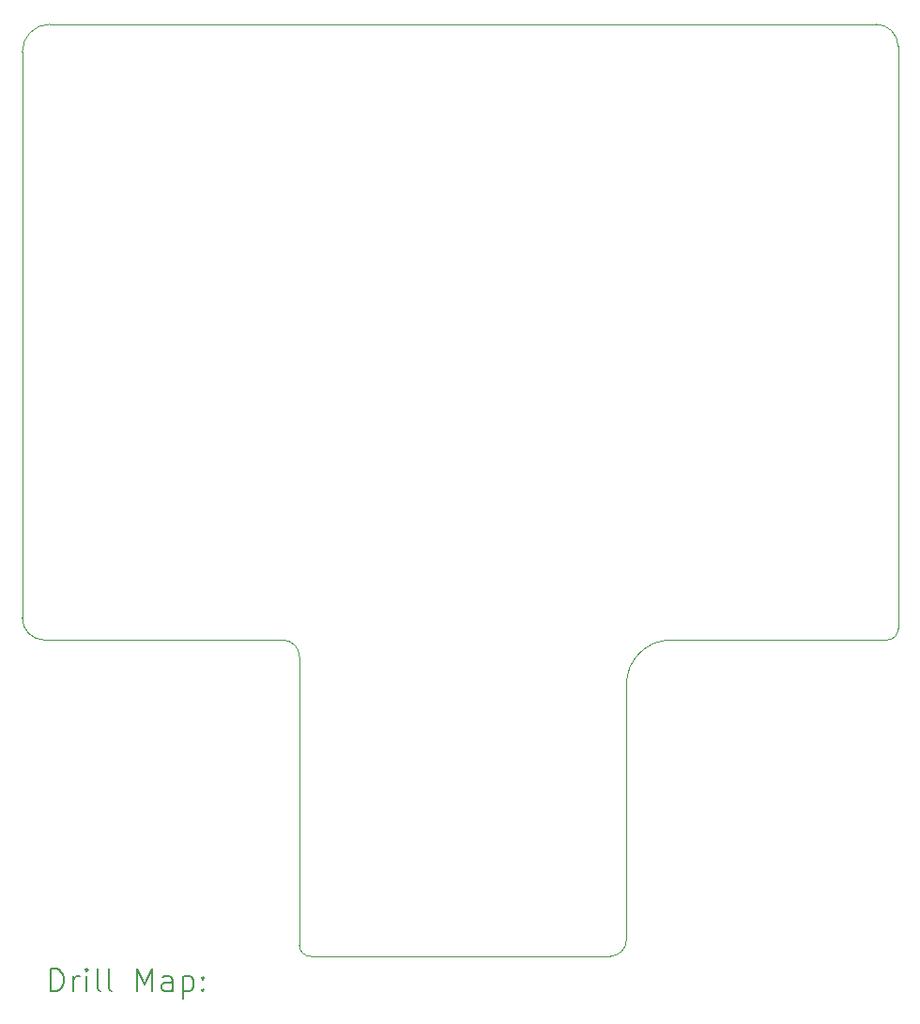
<source format=gbr>
%TF.GenerationSoftware,KiCad,Pcbnew,8.0.8*%
%TF.CreationDate,2025-02-11T14:36:56+01:00*%
%TF.ProjectId,dmp,646d702e-6b69-4636-9164-5f7063625858,rev?*%
%TF.SameCoordinates,Original*%
%TF.FileFunction,Drillmap*%
%TF.FilePolarity,Positive*%
%FSLAX45Y45*%
G04 Gerber Fmt 4.5, Leading zero omitted, Abs format (unit mm)*
G04 Created by KiCad (PCBNEW 8.0.8) date 2025-02-11 14:36:56*
%MOMM*%
%LPD*%
G01*
G04 APERTURE LIST*
%ADD10C,0.050000*%
%ADD11C,0.200000*%
G04 APERTURE END LIST*
D10*
X16550000Y-7000000D02*
G75*
G02*
X16750000Y-7200000I0J-200000D01*
G01*
X9050000Y-12550000D02*
G75*
G02*
X8850000Y-12350000I0J200000D01*
G01*
X11450000Y-15400000D02*
X14150000Y-15400000D01*
X11200000Y-12550000D02*
G75*
G02*
X11350000Y-12700000I0J-150000D01*
G01*
X11350000Y-12700000D02*
X11350000Y-15300000D01*
X16750000Y-12450000D02*
G75*
G02*
X16650000Y-12550000I-100000J0D01*
G01*
X14300000Y-12950000D02*
G75*
G02*
X14700000Y-12550000I400000J0D01*
G01*
X16550000Y-7000000D02*
X9100000Y-7000000D01*
X16650000Y-12550000D02*
X14700000Y-12550000D01*
X8850000Y-7250000D02*
G75*
G02*
X9100000Y-7000000I250000J0D01*
G01*
X11450000Y-15400000D02*
G75*
G02*
X11350000Y-15300000I0J100000D01*
G01*
X16750000Y-12450000D02*
X16750000Y-7200000D01*
X9050000Y-12550000D02*
X11200000Y-12550000D01*
X14300000Y-15250000D02*
X14300000Y-12950000D01*
X8850000Y-7250000D02*
X8850000Y-12350000D01*
X14300000Y-15250000D02*
G75*
G02*
X14150000Y-15400000I-150000J0D01*
G01*
D11*
X9108277Y-15713984D02*
X9108277Y-15513984D01*
X9108277Y-15513984D02*
X9155896Y-15513984D01*
X9155896Y-15513984D02*
X9184467Y-15523508D01*
X9184467Y-15523508D02*
X9203515Y-15542555D01*
X9203515Y-15542555D02*
X9213039Y-15561603D01*
X9213039Y-15561603D02*
X9222563Y-15599698D01*
X9222563Y-15599698D02*
X9222563Y-15628269D01*
X9222563Y-15628269D02*
X9213039Y-15666365D01*
X9213039Y-15666365D02*
X9203515Y-15685412D01*
X9203515Y-15685412D02*
X9184467Y-15704460D01*
X9184467Y-15704460D02*
X9155896Y-15713984D01*
X9155896Y-15713984D02*
X9108277Y-15713984D01*
X9308277Y-15713984D02*
X9308277Y-15580650D01*
X9308277Y-15618746D02*
X9317801Y-15599698D01*
X9317801Y-15599698D02*
X9327324Y-15590174D01*
X9327324Y-15590174D02*
X9346372Y-15580650D01*
X9346372Y-15580650D02*
X9365420Y-15580650D01*
X9432086Y-15713984D02*
X9432086Y-15580650D01*
X9432086Y-15513984D02*
X9422563Y-15523508D01*
X9422563Y-15523508D02*
X9432086Y-15533031D01*
X9432086Y-15533031D02*
X9441610Y-15523508D01*
X9441610Y-15523508D02*
X9432086Y-15513984D01*
X9432086Y-15513984D02*
X9432086Y-15533031D01*
X9555896Y-15713984D02*
X9536848Y-15704460D01*
X9536848Y-15704460D02*
X9527324Y-15685412D01*
X9527324Y-15685412D02*
X9527324Y-15513984D01*
X9660658Y-15713984D02*
X9641610Y-15704460D01*
X9641610Y-15704460D02*
X9632086Y-15685412D01*
X9632086Y-15685412D02*
X9632086Y-15513984D01*
X9889229Y-15713984D02*
X9889229Y-15513984D01*
X9889229Y-15513984D02*
X9955896Y-15656841D01*
X9955896Y-15656841D02*
X10022563Y-15513984D01*
X10022563Y-15513984D02*
X10022563Y-15713984D01*
X10203515Y-15713984D02*
X10203515Y-15609222D01*
X10203515Y-15609222D02*
X10193991Y-15590174D01*
X10193991Y-15590174D02*
X10174944Y-15580650D01*
X10174944Y-15580650D02*
X10136848Y-15580650D01*
X10136848Y-15580650D02*
X10117801Y-15590174D01*
X10203515Y-15704460D02*
X10184467Y-15713984D01*
X10184467Y-15713984D02*
X10136848Y-15713984D01*
X10136848Y-15713984D02*
X10117801Y-15704460D01*
X10117801Y-15704460D02*
X10108277Y-15685412D01*
X10108277Y-15685412D02*
X10108277Y-15666365D01*
X10108277Y-15666365D02*
X10117801Y-15647317D01*
X10117801Y-15647317D02*
X10136848Y-15637793D01*
X10136848Y-15637793D02*
X10184467Y-15637793D01*
X10184467Y-15637793D02*
X10203515Y-15628269D01*
X10298753Y-15580650D02*
X10298753Y-15780650D01*
X10298753Y-15590174D02*
X10317801Y-15580650D01*
X10317801Y-15580650D02*
X10355896Y-15580650D01*
X10355896Y-15580650D02*
X10374944Y-15590174D01*
X10374944Y-15590174D02*
X10384467Y-15599698D01*
X10384467Y-15599698D02*
X10393991Y-15618746D01*
X10393991Y-15618746D02*
X10393991Y-15675888D01*
X10393991Y-15675888D02*
X10384467Y-15694936D01*
X10384467Y-15694936D02*
X10374944Y-15704460D01*
X10374944Y-15704460D02*
X10355896Y-15713984D01*
X10355896Y-15713984D02*
X10317801Y-15713984D01*
X10317801Y-15713984D02*
X10298753Y-15704460D01*
X10479705Y-15694936D02*
X10489229Y-15704460D01*
X10489229Y-15704460D02*
X10479705Y-15713984D01*
X10479705Y-15713984D02*
X10470182Y-15704460D01*
X10470182Y-15704460D02*
X10479705Y-15694936D01*
X10479705Y-15694936D02*
X10479705Y-15713984D01*
X10479705Y-15590174D02*
X10489229Y-15599698D01*
X10489229Y-15599698D02*
X10479705Y-15609222D01*
X10479705Y-15609222D02*
X10470182Y-15599698D01*
X10470182Y-15599698D02*
X10479705Y-15590174D01*
X10479705Y-15590174D02*
X10479705Y-15609222D01*
M02*

</source>
